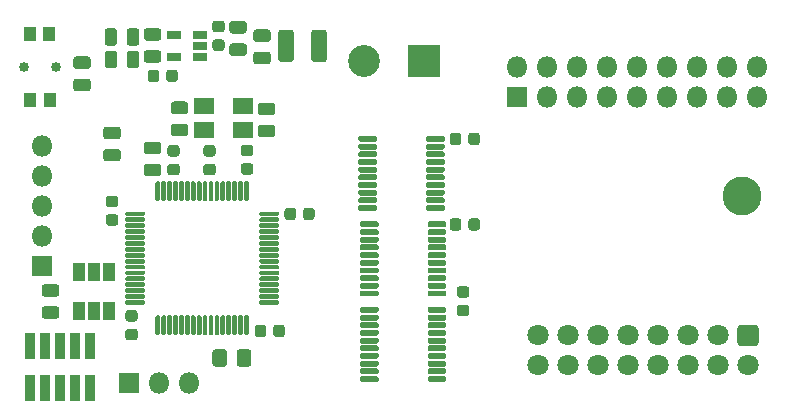
<source format=gbr>
%TF.GenerationSoftware,KiCad,Pcbnew,5.1.6-c6e7f7d~87~ubuntu20.04.1*%
%TF.CreationDate,2020-11-01T20:39:10-05:00*%
%TF.ProjectId,STM32 Driver v1,53544d33-3220-4447-9269-766572207631,rev?*%
%TF.SameCoordinates,Original*%
%TF.FileFunction,Soldermask,Top*%
%TF.FilePolarity,Negative*%
%FSLAX46Y46*%
G04 Gerber Fmt 4.6, Leading zero omitted, Abs format (unit mm)*
G04 Created by KiCad (PCBNEW 5.1.6-c6e7f7d~87~ubuntu20.04.1) date 2020-11-01 20:39:10*
%MOMM*%
%LPD*%
G01*
G04 APERTURE LIST*
%ADD10R,1.100000X1.300000*%
%ADD11C,0.850000*%
%ADD12C,3.300000*%
%ADD13C,1.800000*%
%ADD14R,0.850000X2.200000*%
%ADD15R,2.700000X2.700000*%
%ADD16C,2.700000*%
%ADD17R,1.800000X1.800000*%
%ADD18O,1.800000X1.800000*%
%ADD19R,1.100000X1.600000*%
%ADD20R,1.160000X0.750000*%
%ADD21R,1.700000X1.400000*%
G04 APERTURE END LIST*
D10*
%TO.C,SW1*%
X144614000Y-109480000D03*
X142914000Y-109480000D03*
X142914000Y-103880000D03*
X144514000Y-103880000D03*
D11*
X142389000Y-106680000D03*
X145139000Y-106680000D03*
%TD*%
%TO.C,R5*%
G36*
G01*
X146838750Y-107666500D02*
X147801250Y-107666500D01*
G75*
G02*
X148070000Y-107935250I0J-268750D01*
G01*
X148070000Y-108472750D01*
G75*
G02*
X147801250Y-108741500I-268750J0D01*
G01*
X146838750Y-108741500D01*
G75*
G02*
X146570000Y-108472750I0J268750D01*
G01*
X146570000Y-107935250D01*
G75*
G02*
X146838750Y-107666500I268750J0D01*
G01*
G37*
G36*
G01*
X146838750Y-105791500D02*
X147801250Y-105791500D01*
G75*
G02*
X148070000Y-106060250I0J-268750D01*
G01*
X148070000Y-106597750D01*
G75*
G02*
X147801250Y-106866500I-268750J0D01*
G01*
X146838750Y-106866500D01*
G75*
G02*
X146570000Y-106597750I0J268750D01*
G01*
X146570000Y-106060250D01*
G75*
G02*
X146838750Y-105791500I268750J0D01*
G01*
G37*
%TD*%
%TO.C,R4*%
G36*
G01*
X150341250Y-112805500D02*
X149378750Y-112805500D01*
G75*
G02*
X149110000Y-112536750I0J268750D01*
G01*
X149110000Y-111999250D01*
G75*
G02*
X149378750Y-111730500I268750J0D01*
G01*
X150341250Y-111730500D01*
G75*
G02*
X150610000Y-111999250I0J-268750D01*
G01*
X150610000Y-112536750D01*
G75*
G02*
X150341250Y-112805500I-268750J0D01*
G01*
G37*
G36*
G01*
X150341250Y-114680500D02*
X149378750Y-114680500D01*
G75*
G02*
X149110000Y-114411750I0J268750D01*
G01*
X149110000Y-113874250D01*
G75*
G02*
X149378750Y-113605500I268750J0D01*
G01*
X150341250Y-113605500D01*
G75*
G02*
X150610000Y-113874250I0J-268750D01*
G01*
X150610000Y-114411750D01*
G75*
G02*
X150341250Y-114680500I-268750J0D01*
G01*
G37*
%TD*%
D12*
%TO.C,REF\u002A\u002A*%
X203200000Y-117602000D03*
%TD*%
%TO.C,R3*%
G36*
G01*
X160411000Y-131796262D02*
X160411000Y-130839738D01*
G75*
G02*
X160682738Y-130568000I271738J0D01*
G01*
X161389262Y-130568000D01*
G75*
G02*
X161661000Y-130839738I0J-271738D01*
G01*
X161661000Y-131796262D01*
G75*
G02*
X161389262Y-132068000I-271738J0D01*
G01*
X160682738Y-132068000D01*
G75*
G02*
X160411000Y-131796262I0J271738D01*
G01*
G37*
G36*
G01*
X158361000Y-131796262D02*
X158361000Y-130839738D01*
G75*
G02*
X158632738Y-130568000I271738J0D01*
G01*
X159339262Y-130568000D01*
G75*
G02*
X159611000Y-130839738I0J-271738D01*
G01*
X159611000Y-131796262D01*
G75*
G02*
X159339262Y-132068000I-271738J0D01*
G01*
X158632738Y-132068000D01*
G75*
G02*
X158361000Y-131796262I0J271738D01*
G01*
G37*
%TD*%
%TO.C,C16*%
G36*
G01*
X178455500Y-113057250D02*
X178455500Y-112494750D01*
G75*
G02*
X178699250Y-112251000I243750J0D01*
G01*
X179186750Y-112251000D01*
G75*
G02*
X179430500Y-112494750I0J-243750D01*
G01*
X179430500Y-113057250D01*
G75*
G02*
X179186750Y-113301000I-243750J0D01*
G01*
X178699250Y-113301000D01*
G75*
G02*
X178455500Y-113057250I0J243750D01*
G01*
G37*
G36*
G01*
X180030500Y-113057250D02*
X180030500Y-112494750D01*
G75*
G02*
X180274250Y-112251000I243750J0D01*
G01*
X180761750Y-112251000D01*
G75*
G02*
X181005500Y-112494750I0J-243750D01*
G01*
X181005500Y-113057250D01*
G75*
G02*
X180761750Y-113301000I-243750J0D01*
G01*
X180274250Y-113301000D01*
G75*
G02*
X180030500Y-113057250I0J243750D01*
G01*
G37*
%TD*%
%TO.C,U5*%
G36*
G01*
X170721000Y-112897000D02*
X170721000Y-112647000D01*
G75*
G02*
X170846000Y-112522000I125000J0D01*
G01*
X172171000Y-112522000D01*
G75*
G02*
X172296000Y-112647000I0J-125000D01*
G01*
X172296000Y-112897000D01*
G75*
G02*
X172171000Y-113022000I-125000J0D01*
G01*
X170846000Y-113022000D01*
G75*
G02*
X170721000Y-112897000I0J125000D01*
G01*
G37*
G36*
G01*
X170721000Y-113547000D02*
X170721000Y-113297000D01*
G75*
G02*
X170846000Y-113172000I125000J0D01*
G01*
X172171000Y-113172000D01*
G75*
G02*
X172296000Y-113297000I0J-125000D01*
G01*
X172296000Y-113547000D01*
G75*
G02*
X172171000Y-113672000I-125000J0D01*
G01*
X170846000Y-113672000D01*
G75*
G02*
X170721000Y-113547000I0J125000D01*
G01*
G37*
G36*
G01*
X170721000Y-114197000D02*
X170721000Y-113947000D01*
G75*
G02*
X170846000Y-113822000I125000J0D01*
G01*
X172171000Y-113822000D01*
G75*
G02*
X172296000Y-113947000I0J-125000D01*
G01*
X172296000Y-114197000D01*
G75*
G02*
X172171000Y-114322000I-125000J0D01*
G01*
X170846000Y-114322000D01*
G75*
G02*
X170721000Y-114197000I0J125000D01*
G01*
G37*
G36*
G01*
X170721000Y-114847000D02*
X170721000Y-114597000D01*
G75*
G02*
X170846000Y-114472000I125000J0D01*
G01*
X172171000Y-114472000D01*
G75*
G02*
X172296000Y-114597000I0J-125000D01*
G01*
X172296000Y-114847000D01*
G75*
G02*
X172171000Y-114972000I-125000J0D01*
G01*
X170846000Y-114972000D01*
G75*
G02*
X170721000Y-114847000I0J125000D01*
G01*
G37*
G36*
G01*
X170721000Y-115497000D02*
X170721000Y-115247000D01*
G75*
G02*
X170846000Y-115122000I125000J0D01*
G01*
X172171000Y-115122000D01*
G75*
G02*
X172296000Y-115247000I0J-125000D01*
G01*
X172296000Y-115497000D01*
G75*
G02*
X172171000Y-115622000I-125000J0D01*
G01*
X170846000Y-115622000D01*
G75*
G02*
X170721000Y-115497000I0J125000D01*
G01*
G37*
G36*
G01*
X170721000Y-116147000D02*
X170721000Y-115897000D01*
G75*
G02*
X170846000Y-115772000I125000J0D01*
G01*
X172171000Y-115772000D01*
G75*
G02*
X172296000Y-115897000I0J-125000D01*
G01*
X172296000Y-116147000D01*
G75*
G02*
X172171000Y-116272000I-125000J0D01*
G01*
X170846000Y-116272000D01*
G75*
G02*
X170721000Y-116147000I0J125000D01*
G01*
G37*
G36*
G01*
X170721000Y-116797000D02*
X170721000Y-116547000D01*
G75*
G02*
X170846000Y-116422000I125000J0D01*
G01*
X172171000Y-116422000D01*
G75*
G02*
X172296000Y-116547000I0J-125000D01*
G01*
X172296000Y-116797000D01*
G75*
G02*
X172171000Y-116922000I-125000J0D01*
G01*
X170846000Y-116922000D01*
G75*
G02*
X170721000Y-116797000I0J125000D01*
G01*
G37*
G36*
G01*
X170721000Y-117447000D02*
X170721000Y-117197000D01*
G75*
G02*
X170846000Y-117072000I125000J0D01*
G01*
X172171000Y-117072000D01*
G75*
G02*
X172296000Y-117197000I0J-125000D01*
G01*
X172296000Y-117447000D01*
G75*
G02*
X172171000Y-117572000I-125000J0D01*
G01*
X170846000Y-117572000D01*
G75*
G02*
X170721000Y-117447000I0J125000D01*
G01*
G37*
G36*
G01*
X170721000Y-118097000D02*
X170721000Y-117847000D01*
G75*
G02*
X170846000Y-117722000I125000J0D01*
G01*
X172171000Y-117722000D01*
G75*
G02*
X172296000Y-117847000I0J-125000D01*
G01*
X172296000Y-118097000D01*
G75*
G02*
X172171000Y-118222000I-125000J0D01*
G01*
X170846000Y-118222000D01*
G75*
G02*
X170721000Y-118097000I0J125000D01*
G01*
G37*
G36*
G01*
X170721000Y-118747000D02*
X170721000Y-118497000D01*
G75*
G02*
X170846000Y-118372000I125000J0D01*
G01*
X172171000Y-118372000D01*
G75*
G02*
X172296000Y-118497000I0J-125000D01*
G01*
X172296000Y-118747000D01*
G75*
G02*
X172171000Y-118872000I-125000J0D01*
G01*
X170846000Y-118872000D01*
G75*
G02*
X170721000Y-118747000I0J125000D01*
G01*
G37*
G36*
G01*
X176446000Y-118747000D02*
X176446000Y-118497000D01*
G75*
G02*
X176571000Y-118372000I125000J0D01*
G01*
X177896000Y-118372000D01*
G75*
G02*
X178021000Y-118497000I0J-125000D01*
G01*
X178021000Y-118747000D01*
G75*
G02*
X177896000Y-118872000I-125000J0D01*
G01*
X176571000Y-118872000D01*
G75*
G02*
X176446000Y-118747000I0J125000D01*
G01*
G37*
G36*
G01*
X176446000Y-118097000D02*
X176446000Y-117847000D01*
G75*
G02*
X176571000Y-117722000I125000J0D01*
G01*
X177896000Y-117722000D01*
G75*
G02*
X178021000Y-117847000I0J-125000D01*
G01*
X178021000Y-118097000D01*
G75*
G02*
X177896000Y-118222000I-125000J0D01*
G01*
X176571000Y-118222000D01*
G75*
G02*
X176446000Y-118097000I0J125000D01*
G01*
G37*
G36*
G01*
X176446000Y-117447000D02*
X176446000Y-117197000D01*
G75*
G02*
X176571000Y-117072000I125000J0D01*
G01*
X177896000Y-117072000D01*
G75*
G02*
X178021000Y-117197000I0J-125000D01*
G01*
X178021000Y-117447000D01*
G75*
G02*
X177896000Y-117572000I-125000J0D01*
G01*
X176571000Y-117572000D01*
G75*
G02*
X176446000Y-117447000I0J125000D01*
G01*
G37*
G36*
G01*
X176446000Y-116797000D02*
X176446000Y-116547000D01*
G75*
G02*
X176571000Y-116422000I125000J0D01*
G01*
X177896000Y-116422000D01*
G75*
G02*
X178021000Y-116547000I0J-125000D01*
G01*
X178021000Y-116797000D01*
G75*
G02*
X177896000Y-116922000I-125000J0D01*
G01*
X176571000Y-116922000D01*
G75*
G02*
X176446000Y-116797000I0J125000D01*
G01*
G37*
G36*
G01*
X176446000Y-116147000D02*
X176446000Y-115897000D01*
G75*
G02*
X176571000Y-115772000I125000J0D01*
G01*
X177896000Y-115772000D01*
G75*
G02*
X178021000Y-115897000I0J-125000D01*
G01*
X178021000Y-116147000D01*
G75*
G02*
X177896000Y-116272000I-125000J0D01*
G01*
X176571000Y-116272000D01*
G75*
G02*
X176446000Y-116147000I0J125000D01*
G01*
G37*
G36*
G01*
X176446000Y-115497000D02*
X176446000Y-115247000D01*
G75*
G02*
X176571000Y-115122000I125000J0D01*
G01*
X177896000Y-115122000D01*
G75*
G02*
X178021000Y-115247000I0J-125000D01*
G01*
X178021000Y-115497000D01*
G75*
G02*
X177896000Y-115622000I-125000J0D01*
G01*
X176571000Y-115622000D01*
G75*
G02*
X176446000Y-115497000I0J125000D01*
G01*
G37*
G36*
G01*
X176446000Y-114847000D02*
X176446000Y-114597000D01*
G75*
G02*
X176571000Y-114472000I125000J0D01*
G01*
X177896000Y-114472000D01*
G75*
G02*
X178021000Y-114597000I0J-125000D01*
G01*
X178021000Y-114847000D01*
G75*
G02*
X177896000Y-114972000I-125000J0D01*
G01*
X176571000Y-114972000D01*
G75*
G02*
X176446000Y-114847000I0J125000D01*
G01*
G37*
G36*
G01*
X176446000Y-114197000D02*
X176446000Y-113947000D01*
G75*
G02*
X176571000Y-113822000I125000J0D01*
G01*
X177896000Y-113822000D01*
G75*
G02*
X178021000Y-113947000I0J-125000D01*
G01*
X178021000Y-114197000D01*
G75*
G02*
X177896000Y-114322000I-125000J0D01*
G01*
X176571000Y-114322000D01*
G75*
G02*
X176446000Y-114197000I0J125000D01*
G01*
G37*
G36*
G01*
X176446000Y-113547000D02*
X176446000Y-113297000D01*
G75*
G02*
X176571000Y-113172000I125000J0D01*
G01*
X177896000Y-113172000D01*
G75*
G02*
X178021000Y-113297000I0J-125000D01*
G01*
X178021000Y-113547000D01*
G75*
G02*
X177896000Y-113672000I-125000J0D01*
G01*
X176571000Y-113672000D01*
G75*
G02*
X176446000Y-113547000I0J125000D01*
G01*
G37*
G36*
G01*
X176446000Y-112897000D02*
X176446000Y-112647000D01*
G75*
G02*
X176571000Y-112522000I125000J0D01*
G01*
X177896000Y-112522000D01*
G75*
G02*
X178021000Y-112647000I0J-125000D01*
G01*
X178021000Y-112897000D01*
G75*
G02*
X177896000Y-113022000I-125000J0D01*
G01*
X176571000Y-113022000D01*
G75*
G02*
X176446000Y-112897000I0J125000D01*
G01*
G37*
%TD*%
%TO.C,FB2*%
G36*
G01*
X162078750Y-105380500D02*
X163041250Y-105380500D01*
G75*
G02*
X163310000Y-105649250I0J-268750D01*
G01*
X163310000Y-106186750D01*
G75*
G02*
X163041250Y-106455500I-268750J0D01*
G01*
X162078750Y-106455500D01*
G75*
G02*
X161810000Y-106186750I0J268750D01*
G01*
X161810000Y-105649250D01*
G75*
G02*
X162078750Y-105380500I268750J0D01*
G01*
G37*
G36*
G01*
X162078750Y-103505500D02*
X163041250Y-103505500D01*
G75*
G02*
X163310000Y-103774250I0J-268750D01*
G01*
X163310000Y-104311750D01*
G75*
G02*
X163041250Y-104580500I-268750J0D01*
G01*
X162078750Y-104580500D01*
G75*
G02*
X161810000Y-104311750I0J268750D01*
G01*
X161810000Y-103774250D01*
G75*
G02*
X162078750Y-103505500I268750J0D01*
G01*
G37*
%TD*%
D13*
%TO.C,J3*%
X185928000Y-131953000D03*
X188468000Y-131953000D03*
X191008000Y-131953000D03*
X193548000Y-131953000D03*
X196088000Y-131953000D03*
X198628000Y-131953000D03*
X201168000Y-131953000D03*
X203708000Y-131953000D03*
X185928000Y-129413000D03*
X188468000Y-129413000D03*
X191008000Y-129413000D03*
X193548000Y-129413000D03*
X196088000Y-129413000D03*
X198628000Y-129413000D03*
X201168000Y-129413000D03*
G36*
G01*
X203072706Y-128513000D02*
X204343294Y-128513000D01*
G75*
G02*
X204608000Y-128777706I0J-264706D01*
G01*
X204608000Y-130048294D01*
G75*
G02*
X204343294Y-130313000I-264706J0D01*
G01*
X203072706Y-130313000D01*
G75*
G02*
X202808000Y-130048294I0J264706D01*
G01*
X202808000Y-128777706D01*
G75*
G02*
X203072706Y-128513000I264706J0D01*
G01*
G37*
%TD*%
%TO.C,C1*%
G36*
G01*
X161009250Y-103867000D02*
X160046750Y-103867000D01*
G75*
G02*
X159778000Y-103598250I0J268750D01*
G01*
X159778000Y-103060750D01*
G75*
G02*
X160046750Y-102792000I268750J0D01*
G01*
X161009250Y-102792000D01*
G75*
G02*
X161278000Y-103060750I0J-268750D01*
G01*
X161278000Y-103598250D01*
G75*
G02*
X161009250Y-103867000I-268750J0D01*
G01*
G37*
G36*
G01*
X161009250Y-105742000D02*
X160046750Y-105742000D01*
G75*
G02*
X159778000Y-105473250I0J268750D01*
G01*
X159778000Y-104935750D01*
G75*
G02*
X160046750Y-104667000I268750J0D01*
G01*
X161009250Y-104667000D01*
G75*
G02*
X161278000Y-104935750I0J-268750D01*
G01*
X161278000Y-105473250D01*
G75*
G02*
X161009250Y-105742000I-268750J0D01*
G01*
G37*
%TD*%
%TO.C,C2*%
G36*
G01*
X159158250Y-103738500D02*
X158595750Y-103738500D01*
G75*
G02*
X158352000Y-103494750I0J243750D01*
G01*
X158352000Y-103007250D01*
G75*
G02*
X158595750Y-102763500I243750J0D01*
G01*
X159158250Y-102763500D01*
G75*
G02*
X159402000Y-103007250I0J-243750D01*
G01*
X159402000Y-103494750D01*
G75*
G02*
X159158250Y-103738500I-243750J0D01*
G01*
G37*
G36*
G01*
X159158250Y-105313500D02*
X158595750Y-105313500D01*
G75*
G02*
X158352000Y-105069750I0J243750D01*
G01*
X158352000Y-104582250D01*
G75*
G02*
X158595750Y-104338500I243750J0D01*
G01*
X159158250Y-104338500D01*
G75*
G02*
X159402000Y-104582250I0J-243750D01*
G01*
X159402000Y-105069750D01*
G75*
G02*
X159158250Y-105313500I-243750J0D01*
G01*
G37*
%TD*%
%TO.C,C3*%
G36*
G01*
X153770250Y-106328500D02*
X152807750Y-106328500D01*
G75*
G02*
X152539000Y-106059750I0J268750D01*
G01*
X152539000Y-105522250D01*
G75*
G02*
X152807750Y-105253500I268750J0D01*
G01*
X153770250Y-105253500D01*
G75*
G02*
X154039000Y-105522250I0J-268750D01*
G01*
X154039000Y-106059750D01*
G75*
G02*
X153770250Y-106328500I-268750J0D01*
G01*
G37*
G36*
G01*
X153770250Y-104453500D02*
X152807750Y-104453500D01*
G75*
G02*
X152539000Y-104184750I0J268750D01*
G01*
X152539000Y-103647250D01*
G75*
G02*
X152807750Y-103378500I268750J0D01*
G01*
X153770250Y-103378500D01*
G75*
G02*
X154039000Y-103647250I0J-268750D01*
G01*
X154039000Y-104184750D01*
G75*
G02*
X153770250Y-104453500I-268750J0D01*
G01*
G37*
%TD*%
%TO.C,C4*%
G36*
G01*
X152877500Y-107723250D02*
X152877500Y-107160750D01*
G75*
G02*
X153121250Y-106917000I243750J0D01*
G01*
X153608750Y-106917000D01*
G75*
G02*
X153852500Y-107160750I0J-243750D01*
G01*
X153852500Y-107723250D01*
G75*
G02*
X153608750Y-107967000I-243750J0D01*
G01*
X153121250Y-107967000D01*
G75*
G02*
X152877500Y-107723250I0J243750D01*
G01*
G37*
G36*
G01*
X154452500Y-107723250D02*
X154452500Y-107160750D01*
G75*
G02*
X154696250Y-106917000I243750J0D01*
G01*
X155183750Y-106917000D01*
G75*
G02*
X155427500Y-107160750I0J-243750D01*
G01*
X155427500Y-107723250D01*
G75*
G02*
X155183750Y-107967000I-243750J0D01*
G01*
X154696250Y-107967000D01*
G75*
G02*
X154452500Y-107723250I0J243750D01*
G01*
G37*
%TD*%
%TO.C,C5*%
G36*
G01*
X144171750Y-125065500D02*
X145134250Y-125065500D01*
G75*
G02*
X145403000Y-125334250I0J-268750D01*
G01*
X145403000Y-125871750D01*
G75*
G02*
X145134250Y-126140500I-268750J0D01*
G01*
X144171750Y-126140500D01*
G75*
G02*
X143903000Y-125871750I0J268750D01*
G01*
X143903000Y-125334250D01*
G75*
G02*
X144171750Y-125065500I268750J0D01*
G01*
G37*
G36*
G01*
X144171750Y-126940500D02*
X145134250Y-126940500D01*
G75*
G02*
X145403000Y-127209250I0J-268750D01*
G01*
X145403000Y-127746750D01*
G75*
G02*
X145134250Y-128015500I-268750J0D01*
G01*
X144171750Y-128015500D01*
G75*
G02*
X143903000Y-127746750I0J268750D01*
G01*
X143903000Y-127209250D01*
G75*
G02*
X144171750Y-126940500I268750J0D01*
G01*
G37*
%TD*%
%TO.C,C6*%
G36*
G01*
X155093750Y-109601500D02*
X156056250Y-109601500D01*
G75*
G02*
X156325000Y-109870250I0J-268750D01*
G01*
X156325000Y-110407750D01*
G75*
G02*
X156056250Y-110676500I-268750J0D01*
G01*
X155093750Y-110676500D01*
G75*
G02*
X154825000Y-110407750I0J268750D01*
G01*
X154825000Y-109870250D01*
G75*
G02*
X155093750Y-109601500I268750J0D01*
G01*
G37*
G36*
G01*
X155093750Y-111476500D02*
X156056250Y-111476500D01*
G75*
G02*
X156325000Y-111745250I0J-268750D01*
G01*
X156325000Y-112282750D01*
G75*
G02*
X156056250Y-112551500I-268750J0D01*
G01*
X155093750Y-112551500D01*
G75*
G02*
X154825000Y-112282750I0J268750D01*
G01*
X154825000Y-111745250D01*
G75*
G02*
X155093750Y-111476500I268750J0D01*
G01*
G37*
%TD*%
%TO.C,C7*%
G36*
G01*
X163422250Y-110773500D02*
X162459750Y-110773500D01*
G75*
G02*
X162191000Y-110504750I0J268750D01*
G01*
X162191000Y-109967250D01*
G75*
G02*
X162459750Y-109698500I268750J0D01*
G01*
X163422250Y-109698500D01*
G75*
G02*
X163691000Y-109967250I0J-268750D01*
G01*
X163691000Y-110504750D01*
G75*
G02*
X163422250Y-110773500I-268750J0D01*
G01*
G37*
G36*
G01*
X163422250Y-112648500D02*
X162459750Y-112648500D01*
G75*
G02*
X162191000Y-112379750I0J268750D01*
G01*
X162191000Y-111842250D01*
G75*
G02*
X162459750Y-111573500I268750J0D01*
G01*
X163422250Y-111573500D01*
G75*
G02*
X163691000Y-111842250I0J-268750D01*
G01*
X163691000Y-112379750D01*
G75*
G02*
X163422250Y-112648500I-268750J0D01*
G01*
G37*
%TD*%
%TO.C,C8*%
G36*
G01*
X151229750Y-128849500D02*
X151792250Y-128849500D01*
G75*
G02*
X152036000Y-129093250I0J-243750D01*
G01*
X152036000Y-129580750D01*
G75*
G02*
X151792250Y-129824500I-243750J0D01*
G01*
X151229750Y-129824500D01*
G75*
G02*
X150986000Y-129580750I0J243750D01*
G01*
X150986000Y-129093250D01*
G75*
G02*
X151229750Y-128849500I243750J0D01*
G01*
G37*
G36*
G01*
X151229750Y-127274500D02*
X151792250Y-127274500D01*
G75*
G02*
X152036000Y-127518250I0J-243750D01*
G01*
X152036000Y-128005750D01*
G75*
G02*
X151792250Y-128249500I-243750J0D01*
G01*
X151229750Y-128249500D01*
G75*
G02*
X150986000Y-128005750I0J243750D01*
G01*
X150986000Y-127518250D01*
G75*
G02*
X151229750Y-127274500I243750J0D01*
G01*
G37*
%TD*%
%TO.C,C9*%
G36*
G01*
X150141250Y-120121500D02*
X149578750Y-120121500D01*
G75*
G02*
X149335000Y-119877750I0J243750D01*
G01*
X149335000Y-119390250D01*
G75*
G02*
X149578750Y-119146500I243750J0D01*
G01*
X150141250Y-119146500D01*
G75*
G02*
X150385000Y-119390250I0J-243750D01*
G01*
X150385000Y-119877750D01*
G75*
G02*
X150141250Y-120121500I-243750J0D01*
G01*
G37*
G36*
G01*
X150141250Y-118546500D02*
X149578750Y-118546500D01*
G75*
G02*
X149335000Y-118302750I0J243750D01*
G01*
X149335000Y-117815250D01*
G75*
G02*
X149578750Y-117571500I243750J0D01*
G01*
X150141250Y-117571500D01*
G75*
G02*
X150385000Y-117815250I0J-243750D01*
G01*
X150385000Y-118302750D01*
G75*
G02*
X150141250Y-118546500I-243750J0D01*
G01*
G37*
%TD*%
%TO.C,C10*%
G36*
G01*
X166035000Y-119407250D02*
X166035000Y-118844750D01*
G75*
G02*
X166278750Y-118601000I243750J0D01*
G01*
X166766250Y-118601000D01*
G75*
G02*
X167010000Y-118844750I0J-243750D01*
G01*
X167010000Y-119407250D01*
G75*
G02*
X166766250Y-119651000I-243750J0D01*
G01*
X166278750Y-119651000D01*
G75*
G02*
X166035000Y-119407250I0J243750D01*
G01*
G37*
G36*
G01*
X164460000Y-119407250D02*
X164460000Y-118844750D01*
G75*
G02*
X164703750Y-118601000I243750J0D01*
G01*
X165191250Y-118601000D01*
G75*
G02*
X165435000Y-118844750I0J-243750D01*
G01*
X165435000Y-119407250D01*
G75*
G02*
X165191250Y-119651000I-243750J0D01*
G01*
X164703750Y-119651000D01*
G75*
G02*
X164460000Y-119407250I0J243750D01*
G01*
G37*
%TD*%
%TO.C,C11*%
G36*
G01*
X161571250Y-115803500D02*
X161008750Y-115803500D01*
G75*
G02*
X160765000Y-115559750I0J243750D01*
G01*
X160765000Y-115072250D01*
G75*
G02*
X161008750Y-114828500I243750J0D01*
G01*
X161571250Y-114828500D01*
G75*
G02*
X161815000Y-115072250I0J-243750D01*
G01*
X161815000Y-115559750D01*
G75*
G02*
X161571250Y-115803500I-243750J0D01*
G01*
G37*
G36*
G01*
X161571250Y-114228500D02*
X161008750Y-114228500D01*
G75*
G02*
X160765000Y-113984750I0J243750D01*
G01*
X160765000Y-113497250D01*
G75*
G02*
X161008750Y-113253500I243750J0D01*
G01*
X161571250Y-113253500D01*
G75*
G02*
X161815000Y-113497250I0J-243750D01*
G01*
X161815000Y-113984750D01*
G75*
G02*
X161571250Y-114228500I-243750J0D01*
G01*
G37*
%TD*%
%TO.C,C12*%
G36*
G01*
X163520500Y-129313250D02*
X163520500Y-128750750D01*
G75*
G02*
X163764250Y-128507000I243750J0D01*
G01*
X164251750Y-128507000D01*
G75*
G02*
X164495500Y-128750750I0J-243750D01*
G01*
X164495500Y-129313250D01*
G75*
G02*
X164251750Y-129557000I-243750J0D01*
G01*
X163764250Y-129557000D01*
G75*
G02*
X163520500Y-129313250I0J243750D01*
G01*
G37*
G36*
G01*
X161945500Y-129313250D02*
X161945500Y-128750750D01*
G75*
G02*
X162189250Y-128507000I243750J0D01*
G01*
X162676750Y-128507000D01*
G75*
G02*
X162920500Y-128750750I0J-243750D01*
G01*
X162920500Y-129313250D01*
G75*
G02*
X162676750Y-129557000I-243750J0D01*
G01*
X162189250Y-129557000D01*
G75*
G02*
X161945500Y-129313250I0J243750D01*
G01*
G37*
%TD*%
%TO.C,C13*%
G36*
G01*
X155348250Y-115854500D02*
X154785750Y-115854500D01*
G75*
G02*
X154542000Y-115610750I0J243750D01*
G01*
X154542000Y-115123250D01*
G75*
G02*
X154785750Y-114879500I243750J0D01*
G01*
X155348250Y-114879500D01*
G75*
G02*
X155592000Y-115123250I0J-243750D01*
G01*
X155592000Y-115610750D01*
G75*
G02*
X155348250Y-115854500I-243750J0D01*
G01*
G37*
G36*
G01*
X155348250Y-114279500D02*
X154785750Y-114279500D01*
G75*
G02*
X154542000Y-114035750I0J243750D01*
G01*
X154542000Y-113548250D01*
G75*
G02*
X154785750Y-113304500I243750J0D01*
G01*
X155348250Y-113304500D01*
G75*
G02*
X155592000Y-113548250I0J-243750D01*
G01*
X155592000Y-114035750D01*
G75*
G02*
X155348250Y-114279500I-243750J0D01*
G01*
G37*
%TD*%
%TO.C,C14*%
G36*
G01*
X180030500Y-120296250D02*
X180030500Y-119733750D01*
G75*
G02*
X180274250Y-119490000I243750J0D01*
G01*
X180761750Y-119490000D01*
G75*
G02*
X181005500Y-119733750I0J-243750D01*
G01*
X181005500Y-120296250D01*
G75*
G02*
X180761750Y-120540000I-243750J0D01*
G01*
X180274250Y-120540000D01*
G75*
G02*
X180030500Y-120296250I0J243750D01*
G01*
G37*
G36*
G01*
X178455500Y-120296250D02*
X178455500Y-119733750D01*
G75*
G02*
X178699250Y-119490000I243750J0D01*
G01*
X179186750Y-119490000D01*
G75*
G02*
X179430500Y-119733750I0J-243750D01*
G01*
X179430500Y-120296250D01*
G75*
G02*
X179186750Y-120540000I-243750J0D01*
G01*
X178699250Y-120540000D01*
G75*
G02*
X178455500Y-120296250I0J243750D01*
G01*
G37*
%TD*%
%TO.C,C15*%
G36*
G01*
X179859250Y-127792500D02*
X179296750Y-127792500D01*
G75*
G02*
X179053000Y-127548750I0J243750D01*
G01*
X179053000Y-127061250D01*
G75*
G02*
X179296750Y-126817500I243750J0D01*
G01*
X179859250Y-126817500D01*
G75*
G02*
X180103000Y-127061250I0J-243750D01*
G01*
X180103000Y-127548750D01*
G75*
G02*
X179859250Y-127792500I-243750J0D01*
G01*
G37*
G36*
G01*
X179859250Y-126217500D02*
X179296750Y-126217500D01*
G75*
G02*
X179053000Y-125973750I0J243750D01*
G01*
X179053000Y-125486250D01*
G75*
G02*
X179296750Y-125242500I243750J0D01*
G01*
X179859250Y-125242500D01*
G75*
G02*
X180103000Y-125486250I0J-243750D01*
G01*
X180103000Y-125973750D01*
G75*
G02*
X179859250Y-126217500I-243750J0D01*
G01*
G37*
%TD*%
%TO.C,D1*%
G36*
G01*
X149225500Y-106526250D02*
X149225500Y-105563750D01*
G75*
G02*
X149494250Y-105295000I268750J0D01*
G01*
X150031750Y-105295000D01*
G75*
G02*
X150300500Y-105563750I0J-268750D01*
G01*
X150300500Y-106526250D01*
G75*
G02*
X150031750Y-106795000I-268750J0D01*
G01*
X149494250Y-106795000D01*
G75*
G02*
X149225500Y-106526250I0J268750D01*
G01*
G37*
G36*
G01*
X151100500Y-106526250D02*
X151100500Y-105563750D01*
G75*
G02*
X151369250Y-105295000I268750J0D01*
G01*
X151906750Y-105295000D01*
G75*
G02*
X152175500Y-105563750I0J-268750D01*
G01*
X152175500Y-106526250D01*
G75*
G02*
X151906750Y-106795000I-268750J0D01*
G01*
X151369250Y-106795000D01*
G75*
G02*
X151100500Y-106526250I0J268750D01*
G01*
G37*
%TD*%
%TO.C,F1*%
G36*
G01*
X163917000Y-106007000D02*
X163917000Y-103797000D01*
G75*
G02*
X164187000Y-103527000I270000J0D01*
G01*
X164997000Y-103527000D01*
G75*
G02*
X165267000Y-103797000I0J-270000D01*
G01*
X165267000Y-106007000D01*
G75*
G02*
X164997000Y-106277000I-270000J0D01*
G01*
X164187000Y-106277000D01*
G75*
G02*
X163917000Y-106007000I0J270000D01*
G01*
G37*
G36*
G01*
X166717000Y-106007000D02*
X166717000Y-103797000D01*
G75*
G02*
X166987000Y-103527000I270000J0D01*
G01*
X167797000Y-103527000D01*
G75*
G02*
X168067000Y-103797000I0J-270000D01*
G01*
X168067000Y-106007000D01*
G75*
G02*
X167797000Y-106277000I-270000J0D01*
G01*
X166987000Y-106277000D01*
G75*
G02*
X166717000Y-106007000I0J270000D01*
G01*
G37*
%TD*%
%TO.C,FB1*%
G36*
G01*
X153770250Y-115950500D02*
X152807750Y-115950500D01*
G75*
G02*
X152539000Y-115681750I0J268750D01*
G01*
X152539000Y-115144250D01*
G75*
G02*
X152807750Y-114875500I268750J0D01*
G01*
X153770250Y-114875500D01*
G75*
G02*
X154039000Y-115144250I0J-268750D01*
G01*
X154039000Y-115681750D01*
G75*
G02*
X153770250Y-115950500I-268750J0D01*
G01*
G37*
G36*
G01*
X153770250Y-114075500D02*
X152807750Y-114075500D01*
G75*
G02*
X152539000Y-113806750I0J268750D01*
G01*
X152539000Y-113269250D01*
G75*
G02*
X152807750Y-113000500I268750J0D01*
G01*
X153770250Y-113000500D01*
G75*
G02*
X154039000Y-113269250I0J-268750D01*
G01*
X154039000Y-113806750D01*
G75*
G02*
X153770250Y-114075500I-268750J0D01*
G01*
G37*
%TD*%
D14*
%TO.C,J1*%
X142875000Y-130280000D03*
X142875000Y-133880000D03*
X144145000Y-130280000D03*
X144145000Y-133880000D03*
X145415000Y-130280000D03*
X145415000Y-133880000D03*
X146685000Y-130280000D03*
X146685000Y-133880000D03*
X147955000Y-130280000D03*
X147955000Y-133880000D03*
%TD*%
D15*
%TO.C,J2*%
X176276000Y-106172000D03*
D16*
X171196000Y-106172000D03*
%TD*%
D17*
%TO.C,J4*%
X184150000Y-109220000D03*
D18*
X184150000Y-106680000D03*
X186690000Y-109220000D03*
X186690000Y-106680000D03*
X189230000Y-109220000D03*
X189230000Y-106680000D03*
X191770000Y-109220000D03*
X191770000Y-106680000D03*
X194310000Y-109220000D03*
X194310000Y-106680000D03*
X196850000Y-109220000D03*
X196850000Y-106680000D03*
X199390000Y-109220000D03*
X199390000Y-106680000D03*
X201930000Y-109220000D03*
X201930000Y-106680000D03*
X204470000Y-109220000D03*
X204470000Y-106680000D03*
%TD*%
D17*
%TO.C,J5*%
X143891000Y-123571000D03*
D18*
X143891000Y-121031000D03*
X143891000Y-118491000D03*
X143891000Y-115951000D03*
X143891000Y-113411000D03*
%TD*%
D17*
%TO.C,J6*%
X151257000Y-133477000D03*
D18*
X153797000Y-133477000D03*
X156337000Y-133477000D03*
%TD*%
D19*
%TO.C,JP1*%
X147036000Y-124079000D03*
X149636000Y-124079000D03*
X148336000Y-124079000D03*
%TD*%
%TO.C,JP2*%
X148336000Y-127381000D03*
X147036000Y-127381000D03*
X149636000Y-127381000D03*
%TD*%
%TO.C,R1*%
G36*
G01*
X157833750Y-113304500D02*
X158396250Y-113304500D01*
G75*
G02*
X158640000Y-113548250I0J-243750D01*
G01*
X158640000Y-114035750D01*
G75*
G02*
X158396250Y-114279500I-243750J0D01*
G01*
X157833750Y-114279500D01*
G75*
G02*
X157590000Y-114035750I0J243750D01*
G01*
X157590000Y-113548250D01*
G75*
G02*
X157833750Y-113304500I243750J0D01*
G01*
G37*
G36*
G01*
X157833750Y-114879500D02*
X158396250Y-114879500D01*
G75*
G02*
X158640000Y-115123250I0J-243750D01*
G01*
X158640000Y-115610750D01*
G75*
G02*
X158396250Y-115854500I-243750J0D01*
G01*
X157833750Y-115854500D01*
G75*
G02*
X157590000Y-115610750I0J243750D01*
G01*
X157590000Y-115123250D01*
G75*
G02*
X157833750Y-114879500I243750J0D01*
G01*
G37*
%TD*%
%TO.C,R2*%
G36*
G01*
X149225500Y-104621250D02*
X149225500Y-103658750D01*
G75*
G02*
X149494250Y-103390000I268750J0D01*
G01*
X150031750Y-103390000D01*
G75*
G02*
X150300500Y-103658750I0J-268750D01*
G01*
X150300500Y-104621250D01*
G75*
G02*
X150031750Y-104890000I-268750J0D01*
G01*
X149494250Y-104890000D01*
G75*
G02*
X149225500Y-104621250I0J268750D01*
G01*
G37*
G36*
G01*
X151100500Y-104621250D02*
X151100500Y-103658750D01*
G75*
G02*
X151369250Y-103390000I268750J0D01*
G01*
X151906750Y-103390000D01*
G75*
G02*
X152175500Y-103658750I0J-268750D01*
G01*
X152175500Y-104621250D01*
G75*
G02*
X151906750Y-104890000I-268750J0D01*
G01*
X151369250Y-104890000D01*
G75*
G02*
X151100500Y-104621250I0J268750D01*
G01*
G37*
%TD*%
D20*
%TO.C,U1*%
X157310000Y-105852000D03*
X157310000Y-104902000D03*
X157310000Y-103952000D03*
X155110000Y-103952000D03*
X155110000Y-105852000D03*
%TD*%
%TO.C,U2*%
G36*
G01*
X161135999Y-116371001D02*
X161335999Y-116371001D01*
G75*
G02*
X161435999Y-116471001I0J-100000D01*
G01*
X161435999Y-117921001D01*
G75*
G02*
X161335999Y-118021001I-100000J0D01*
G01*
X161135999Y-118021001D01*
G75*
G02*
X161035999Y-117921001I0J100000D01*
G01*
X161035999Y-116471001D01*
G75*
G02*
X161135999Y-116371001I100000J0D01*
G01*
G37*
G36*
G01*
X160635999Y-116371001D02*
X160835999Y-116371001D01*
G75*
G02*
X160935999Y-116471001I0J-100000D01*
G01*
X160935999Y-117921001D01*
G75*
G02*
X160835999Y-118021001I-100000J0D01*
G01*
X160635999Y-118021001D01*
G75*
G02*
X160535999Y-117921001I0J100000D01*
G01*
X160535999Y-116471001D01*
G75*
G02*
X160635999Y-116371001I100000J0D01*
G01*
G37*
G36*
G01*
X160135999Y-116371001D02*
X160335999Y-116371001D01*
G75*
G02*
X160435999Y-116471001I0J-100000D01*
G01*
X160435999Y-117921001D01*
G75*
G02*
X160335999Y-118021001I-100000J0D01*
G01*
X160135999Y-118021001D01*
G75*
G02*
X160035999Y-117921001I0J100000D01*
G01*
X160035999Y-116471001D01*
G75*
G02*
X160135999Y-116371001I100000J0D01*
G01*
G37*
G36*
G01*
X159635999Y-116371001D02*
X159835999Y-116371001D01*
G75*
G02*
X159935999Y-116471001I0J-100000D01*
G01*
X159935999Y-117921001D01*
G75*
G02*
X159835999Y-118021001I-100000J0D01*
G01*
X159635999Y-118021001D01*
G75*
G02*
X159535999Y-117921001I0J100000D01*
G01*
X159535999Y-116471001D01*
G75*
G02*
X159635999Y-116371001I100000J0D01*
G01*
G37*
G36*
G01*
X159135999Y-116371001D02*
X159335999Y-116371001D01*
G75*
G02*
X159435999Y-116471001I0J-100000D01*
G01*
X159435999Y-117921001D01*
G75*
G02*
X159335999Y-118021001I-100000J0D01*
G01*
X159135999Y-118021001D01*
G75*
G02*
X159035999Y-117921001I0J100000D01*
G01*
X159035999Y-116471001D01*
G75*
G02*
X159135999Y-116371001I100000J0D01*
G01*
G37*
G36*
G01*
X158635999Y-116371001D02*
X158835999Y-116371001D01*
G75*
G02*
X158935999Y-116471001I0J-100000D01*
G01*
X158935999Y-117921001D01*
G75*
G02*
X158835999Y-118021001I-100000J0D01*
G01*
X158635999Y-118021001D01*
G75*
G02*
X158535999Y-117921001I0J100000D01*
G01*
X158535999Y-116471001D01*
G75*
G02*
X158635999Y-116371001I100000J0D01*
G01*
G37*
G36*
G01*
X158135999Y-116371001D02*
X158335999Y-116371001D01*
G75*
G02*
X158435999Y-116471001I0J-100000D01*
G01*
X158435999Y-117921001D01*
G75*
G02*
X158335999Y-118021001I-100000J0D01*
G01*
X158135999Y-118021001D01*
G75*
G02*
X158035999Y-117921001I0J100000D01*
G01*
X158035999Y-116471001D01*
G75*
G02*
X158135999Y-116371001I100000J0D01*
G01*
G37*
G36*
G01*
X157635999Y-116371001D02*
X157835999Y-116371001D01*
G75*
G02*
X157935999Y-116471001I0J-100000D01*
G01*
X157935999Y-117921001D01*
G75*
G02*
X157835999Y-118021001I-100000J0D01*
G01*
X157635999Y-118021001D01*
G75*
G02*
X157535999Y-117921001I0J100000D01*
G01*
X157535999Y-116471001D01*
G75*
G02*
X157635999Y-116371001I100000J0D01*
G01*
G37*
G36*
G01*
X157135999Y-116371001D02*
X157335999Y-116371001D01*
G75*
G02*
X157435999Y-116471001I0J-100000D01*
G01*
X157435999Y-117921001D01*
G75*
G02*
X157335999Y-118021001I-100000J0D01*
G01*
X157135999Y-118021001D01*
G75*
G02*
X157035999Y-117921001I0J100000D01*
G01*
X157035999Y-116471001D01*
G75*
G02*
X157135999Y-116371001I100000J0D01*
G01*
G37*
G36*
G01*
X156635999Y-116371001D02*
X156835999Y-116371001D01*
G75*
G02*
X156935999Y-116471001I0J-100000D01*
G01*
X156935999Y-117921001D01*
G75*
G02*
X156835999Y-118021001I-100000J0D01*
G01*
X156635999Y-118021001D01*
G75*
G02*
X156535999Y-117921001I0J100000D01*
G01*
X156535999Y-116471001D01*
G75*
G02*
X156635999Y-116371001I100000J0D01*
G01*
G37*
G36*
G01*
X156135999Y-116371001D02*
X156335999Y-116371001D01*
G75*
G02*
X156435999Y-116471001I0J-100000D01*
G01*
X156435999Y-117921001D01*
G75*
G02*
X156335999Y-118021001I-100000J0D01*
G01*
X156135999Y-118021001D01*
G75*
G02*
X156035999Y-117921001I0J100000D01*
G01*
X156035999Y-116471001D01*
G75*
G02*
X156135999Y-116371001I100000J0D01*
G01*
G37*
G36*
G01*
X155635999Y-116371001D02*
X155835999Y-116371001D01*
G75*
G02*
X155935999Y-116471001I0J-100000D01*
G01*
X155935999Y-117921001D01*
G75*
G02*
X155835999Y-118021001I-100000J0D01*
G01*
X155635999Y-118021001D01*
G75*
G02*
X155535999Y-117921001I0J100000D01*
G01*
X155535999Y-116471001D01*
G75*
G02*
X155635999Y-116371001I100000J0D01*
G01*
G37*
G36*
G01*
X155135999Y-116371001D02*
X155335999Y-116371001D01*
G75*
G02*
X155435999Y-116471001I0J-100000D01*
G01*
X155435999Y-117921001D01*
G75*
G02*
X155335999Y-118021001I-100000J0D01*
G01*
X155135999Y-118021001D01*
G75*
G02*
X155035999Y-117921001I0J100000D01*
G01*
X155035999Y-116471001D01*
G75*
G02*
X155135999Y-116371001I100000J0D01*
G01*
G37*
G36*
G01*
X154635999Y-116371001D02*
X154835999Y-116371001D01*
G75*
G02*
X154935999Y-116471001I0J-100000D01*
G01*
X154935999Y-117921001D01*
G75*
G02*
X154835999Y-118021001I-100000J0D01*
G01*
X154635999Y-118021001D01*
G75*
G02*
X154535999Y-117921001I0J100000D01*
G01*
X154535999Y-116471001D01*
G75*
G02*
X154635999Y-116371001I100000J0D01*
G01*
G37*
G36*
G01*
X154135999Y-116371001D02*
X154335999Y-116371001D01*
G75*
G02*
X154435999Y-116471001I0J-100000D01*
G01*
X154435999Y-117921001D01*
G75*
G02*
X154335999Y-118021001I-100000J0D01*
G01*
X154135999Y-118021001D01*
G75*
G02*
X154035999Y-117921001I0J100000D01*
G01*
X154035999Y-116471001D01*
G75*
G02*
X154135999Y-116371001I100000J0D01*
G01*
G37*
G36*
G01*
X153635999Y-116371001D02*
X153835999Y-116371001D01*
G75*
G02*
X153935999Y-116471001I0J-100000D01*
G01*
X153935999Y-117921001D01*
G75*
G02*
X153835999Y-118021001I-100000J0D01*
G01*
X153635999Y-118021001D01*
G75*
G02*
X153535999Y-117921001I0J100000D01*
G01*
X153535999Y-116471001D01*
G75*
G02*
X153635999Y-116371001I100000J0D01*
G01*
G37*
G36*
G01*
X151085999Y-118921001D02*
X152535999Y-118921001D01*
G75*
G02*
X152635999Y-119021001I0J-100000D01*
G01*
X152635999Y-119221001D01*
G75*
G02*
X152535999Y-119321001I-100000J0D01*
G01*
X151085999Y-119321001D01*
G75*
G02*
X150985999Y-119221001I0J100000D01*
G01*
X150985999Y-119021001D01*
G75*
G02*
X151085999Y-118921001I100000J0D01*
G01*
G37*
G36*
G01*
X151085999Y-119421001D02*
X152535999Y-119421001D01*
G75*
G02*
X152635999Y-119521001I0J-100000D01*
G01*
X152635999Y-119721001D01*
G75*
G02*
X152535999Y-119821001I-100000J0D01*
G01*
X151085999Y-119821001D01*
G75*
G02*
X150985999Y-119721001I0J100000D01*
G01*
X150985999Y-119521001D01*
G75*
G02*
X151085999Y-119421001I100000J0D01*
G01*
G37*
G36*
G01*
X151085999Y-119921001D02*
X152535999Y-119921001D01*
G75*
G02*
X152635999Y-120021001I0J-100000D01*
G01*
X152635999Y-120221001D01*
G75*
G02*
X152535999Y-120321001I-100000J0D01*
G01*
X151085999Y-120321001D01*
G75*
G02*
X150985999Y-120221001I0J100000D01*
G01*
X150985999Y-120021001D01*
G75*
G02*
X151085999Y-119921001I100000J0D01*
G01*
G37*
G36*
G01*
X151085999Y-120421001D02*
X152535999Y-120421001D01*
G75*
G02*
X152635999Y-120521001I0J-100000D01*
G01*
X152635999Y-120721001D01*
G75*
G02*
X152535999Y-120821001I-100000J0D01*
G01*
X151085999Y-120821001D01*
G75*
G02*
X150985999Y-120721001I0J100000D01*
G01*
X150985999Y-120521001D01*
G75*
G02*
X151085999Y-120421001I100000J0D01*
G01*
G37*
G36*
G01*
X151085999Y-120921001D02*
X152535999Y-120921001D01*
G75*
G02*
X152635999Y-121021001I0J-100000D01*
G01*
X152635999Y-121221001D01*
G75*
G02*
X152535999Y-121321001I-100000J0D01*
G01*
X151085999Y-121321001D01*
G75*
G02*
X150985999Y-121221001I0J100000D01*
G01*
X150985999Y-121021001D01*
G75*
G02*
X151085999Y-120921001I100000J0D01*
G01*
G37*
G36*
G01*
X151085999Y-121421001D02*
X152535999Y-121421001D01*
G75*
G02*
X152635999Y-121521001I0J-100000D01*
G01*
X152635999Y-121721001D01*
G75*
G02*
X152535999Y-121821001I-100000J0D01*
G01*
X151085999Y-121821001D01*
G75*
G02*
X150985999Y-121721001I0J100000D01*
G01*
X150985999Y-121521001D01*
G75*
G02*
X151085999Y-121421001I100000J0D01*
G01*
G37*
G36*
G01*
X151085999Y-121921001D02*
X152535999Y-121921001D01*
G75*
G02*
X152635999Y-122021001I0J-100000D01*
G01*
X152635999Y-122221001D01*
G75*
G02*
X152535999Y-122321001I-100000J0D01*
G01*
X151085999Y-122321001D01*
G75*
G02*
X150985999Y-122221001I0J100000D01*
G01*
X150985999Y-122021001D01*
G75*
G02*
X151085999Y-121921001I100000J0D01*
G01*
G37*
G36*
G01*
X151085999Y-122421001D02*
X152535999Y-122421001D01*
G75*
G02*
X152635999Y-122521001I0J-100000D01*
G01*
X152635999Y-122721001D01*
G75*
G02*
X152535999Y-122821001I-100000J0D01*
G01*
X151085999Y-122821001D01*
G75*
G02*
X150985999Y-122721001I0J100000D01*
G01*
X150985999Y-122521001D01*
G75*
G02*
X151085999Y-122421001I100000J0D01*
G01*
G37*
G36*
G01*
X151085999Y-122921001D02*
X152535999Y-122921001D01*
G75*
G02*
X152635999Y-123021001I0J-100000D01*
G01*
X152635999Y-123221001D01*
G75*
G02*
X152535999Y-123321001I-100000J0D01*
G01*
X151085999Y-123321001D01*
G75*
G02*
X150985999Y-123221001I0J100000D01*
G01*
X150985999Y-123021001D01*
G75*
G02*
X151085999Y-122921001I100000J0D01*
G01*
G37*
G36*
G01*
X151085999Y-123421001D02*
X152535999Y-123421001D01*
G75*
G02*
X152635999Y-123521001I0J-100000D01*
G01*
X152635999Y-123721001D01*
G75*
G02*
X152535999Y-123821001I-100000J0D01*
G01*
X151085999Y-123821001D01*
G75*
G02*
X150985999Y-123721001I0J100000D01*
G01*
X150985999Y-123521001D01*
G75*
G02*
X151085999Y-123421001I100000J0D01*
G01*
G37*
G36*
G01*
X151085999Y-123921001D02*
X152535999Y-123921001D01*
G75*
G02*
X152635999Y-124021001I0J-100000D01*
G01*
X152635999Y-124221001D01*
G75*
G02*
X152535999Y-124321001I-100000J0D01*
G01*
X151085999Y-124321001D01*
G75*
G02*
X150985999Y-124221001I0J100000D01*
G01*
X150985999Y-124021001D01*
G75*
G02*
X151085999Y-123921001I100000J0D01*
G01*
G37*
G36*
G01*
X151085999Y-124421001D02*
X152535999Y-124421001D01*
G75*
G02*
X152635999Y-124521001I0J-100000D01*
G01*
X152635999Y-124721001D01*
G75*
G02*
X152535999Y-124821001I-100000J0D01*
G01*
X151085999Y-124821001D01*
G75*
G02*
X150985999Y-124721001I0J100000D01*
G01*
X150985999Y-124521001D01*
G75*
G02*
X151085999Y-124421001I100000J0D01*
G01*
G37*
G36*
G01*
X151085999Y-124921001D02*
X152535999Y-124921001D01*
G75*
G02*
X152635999Y-125021001I0J-100000D01*
G01*
X152635999Y-125221001D01*
G75*
G02*
X152535999Y-125321001I-100000J0D01*
G01*
X151085999Y-125321001D01*
G75*
G02*
X150985999Y-125221001I0J100000D01*
G01*
X150985999Y-125021001D01*
G75*
G02*
X151085999Y-124921001I100000J0D01*
G01*
G37*
G36*
G01*
X151085999Y-125421001D02*
X152535999Y-125421001D01*
G75*
G02*
X152635999Y-125521001I0J-100000D01*
G01*
X152635999Y-125721001D01*
G75*
G02*
X152535999Y-125821001I-100000J0D01*
G01*
X151085999Y-125821001D01*
G75*
G02*
X150985999Y-125721001I0J100000D01*
G01*
X150985999Y-125521001D01*
G75*
G02*
X151085999Y-125421001I100000J0D01*
G01*
G37*
G36*
G01*
X151085999Y-125921001D02*
X152535999Y-125921001D01*
G75*
G02*
X152635999Y-126021001I0J-100000D01*
G01*
X152635999Y-126221001D01*
G75*
G02*
X152535999Y-126321001I-100000J0D01*
G01*
X151085999Y-126321001D01*
G75*
G02*
X150985999Y-126221001I0J100000D01*
G01*
X150985999Y-126021001D01*
G75*
G02*
X151085999Y-125921001I100000J0D01*
G01*
G37*
G36*
G01*
X151085999Y-126421001D02*
X152535999Y-126421001D01*
G75*
G02*
X152635999Y-126521001I0J-100000D01*
G01*
X152635999Y-126721001D01*
G75*
G02*
X152535999Y-126821001I-100000J0D01*
G01*
X151085999Y-126821001D01*
G75*
G02*
X150985999Y-126721001I0J100000D01*
G01*
X150985999Y-126521001D01*
G75*
G02*
X151085999Y-126421001I100000J0D01*
G01*
G37*
G36*
G01*
X153635999Y-127721001D02*
X153835999Y-127721001D01*
G75*
G02*
X153935999Y-127821001I0J-100000D01*
G01*
X153935999Y-129271001D01*
G75*
G02*
X153835999Y-129371001I-100000J0D01*
G01*
X153635999Y-129371001D01*
G75*
G02*
X153535999Y-129271001I0J100000D01*
G01*
X153535999Y-127821001D01*
G75*
G02*
X153635999Y-127721001I100000J0D01*
G01*
G37*
G36*
G01*
X154135999Y-127721001D02*
X154335999Y-127721001D01*
G75*
G02*
X154435999Y-127821001I0J-100000D01*
G01*
X154435999Y-129271001D01*
G75*
G02*
X154335999Y-129371001I-100000J0D01*
G01*
X154135999Y-129371001D01*
G75*
G02*
X154035999Y-129271001I0J100000D01*
G01*
X154035999Y-127821001D01*
G75*
G02*
X154135999Y-127721001I100000J0D01*
G01*
G37*
G36*
G01*
X154635999Y-127721001D02*
X154835999Y-127721001D01*
G75*
G02*
X154935999Y-127821001I0J-100000D01*
G01*
X154935999Y-129271001D01*
G75*
G02*
X154835999Y-129371001I-100000J0D01*
G01*
X154635999Y-129371001D01*
G75*
G02*
X154535999Y-129271001I0J100000D01*
G01*
X154535999Y-127821001D01*
G75*
G02*
X154635999Y-127721001I100000J0D01*
G01*
G37*
G36*
G01*
X155135999Y-127721001D02*
X155335999Y-127721001D01*
G75*
G02*
X155435999Y-127821001I0J-100000D01*
G01*
X155435999Y-129271001D01*
G75*
G02*
X155335999Y-129371001I-100000J0D01*
G01*
X155135999Y-129371001D01*
G75*
G02*
X155035999Y-129271001I0J100000D01*
G01*
X155035999Y-127821001D01*
G75*
G02*
X155135999Y-127721001I100000J0D01*
G01*
G37*
G36*
G01*
X155635999Y-127721001D02*
X155835999Y-127721001D01*
G75*
G02*
X155935999Y-127821001I0J-100000D01*
G01*
X155935999Y-129271001D01*
G75*
G02*
X155835999Y-129371001I-100000J0D01*
G01*
X155635999Y-129371001D01*
G75*
G02*
X155535999Y-129271001I0J100000D01*
G01*
X155535999Y-127821001D01*
G75*
G02*
X155635999Y-127721001I100000J0D01*
G01*
G37*
G36*
G01*
X156135999Y-127721001D02*
X156335999Y-127721001D01*
G75*
G02*
X156435999Y-127821001I0J-100000D01*
G01*
X156435999Y-129271001D01*
G75*
G02*
X156335999Y-129371001I-100000J0D01*
G01*
X156135999Y-129371001D01*
G75*
G02*
X156035999Y-129271001I0J100000D01*
G01*
X156035999Y-127821001D01*
G75*
G02*
X156135999Y-127721001I100000J0D01*
G01*
G37*
G36*
G01*
X156635999Y-127721001D02*
X156835999Y-127721001D01*
G75*
G02*
X156935999Y-127821001I0J-100000D01*
G01*
X156935999Y-129271001D01*
G75*
G02*
X156835999Y-129371001I-100000J0D01*
G01*
X156635999Y-129371001D01*
G75*
G02*
X156535999Y-129271001I0J100000D01*
G01*
X156535999Y-127821001D01*
G75*
G02*
X156635999Y-127721001I100000J0D01*
G01*
G37*
G36*
G01*
X157135999Y-127721001D02*
X157335999Y-127721001D01*
G75*
G02*
X157435999Y-127821001I0J-100000D01*
G01*
X157435999Y-129271001D01*
G75*
G02*
X157335999Y-129371001I-100000J0D01*
G01*
X157135999Y-129371001D01*
G75*
G02*
X157035999Y-129271001I0J100000D01*
G01*
X157035999Y-127821001D01*
G75*
G02*
X157135999Y-127721001I100000J0D01*
G01*
G37*
G36*
G01*
X157635999Y-127721001D02*
X157835999Y-127721001D01*
G75*
G02*
X157935999Y-127821001I0J-100000D01*
G01*
X157935999Y-129271001D01*
G75*
G02*
X157835999Y-129371001I-100000J0D01*
G01*
X157635999Y-129371001D01*
G75*
G02*
X157535999Y-129271001I0J100000D01*
G01*
X157535999Y-127821001D01*
G75*
G02*
X157635999Y-127721001I100000J0D01*
G01*
G37*
G36*
G01*
X158135999Y-127721001D02*
X158335999Y-127721001D01*
G75*
G02*
X158435999Y-127821001I0J-100000D01*
G01*
X158435999Y-129271001D01*
G75*
G02*
X158335999Y-129371001I-100000J0D01*
G01*
X158135999Y-129371001D01*
G75*
G02*
X158035999Y-129271001I0J100000D01*
G01*
X158035999Y-127821001D01*
G75*
G02*
X158135999Y-127721001I100000J0D01*
G01*
G37*
G36*
G01*
X158635999Y-127721001D02*
X158835999Y-127721001D01*
G75*
G02*
X158935999Y-127821001I0J-100000D01*
G01*
X158935999Y-129271001D01*
G75*
G02*
X158835999Y-129371001I-100000J0D01*
G01*
X158635999Y-129371001D01*
G75*
G02*
X158535999Y-129271001I0J100000D01*
G01*
X158535999Y-127821001D01*
G75*
G02*
X158635999Y-127721001I100000J0D01*
G01*
G37*
G36*
G01*
X159135999Y-127721001D02*
X159335999Y-127721001D01*
G75*
G02*
X159435999Y-127821001I0J-100000D01*
G01*
X159435999Y-129271001D01*
G75*
G02*
X159335999Y-129371001I-100000J0D01*
G01*
X159135999Y-129371001D01*
G75*
G02*
X159035999Y-129271001I0J100000D01*
G01*
X159035999Y-127821001D01*
G75*
G02*
X159135999Y-127721001I100000J0D01*
G01*
G37*
G36*
G01*
X159635999Y-127721001D02*
X159835999Y-127721001D01*
G75*
G02*
X159935999Y-127821001I0J-100000D01*
G01*
X159935999Y-129271001D01*
G75*
G02*
X159835999Y-129371001I-100000J0D01*
G01*
X159635999Y-129371001D01*
G75*
G02*
X159535999Y-129271001I0J100000D01*
G01*
X159535999Y-127821001D01*
G75*
G02*
X159635999Y-127721001I100000J0D01*
G01*
G37*
G36*
G01*
X160135999Y-127721001D02*
X160335999Y-127721001D01*
G75*
G02*
X160435999Y-127821001I0J-100000D01*
G01*
X160435999Y-129271001D01*
G75*
G02*
X160335999Y-129371001I-100000J0D01*
G01*
X160135999Y-129371001D01*
G75*
G02*
X160035999Y-129271001I0J100000D01*
G01*
X160035999Y-127821001D01*
G75*
G02*
X160135999Y-127721001I100000J0D01*
G01*
G37*
G36*
G01*
X160635999Y-127721001D02*
X160835999Y-127721001D01*
G75*
G02*
X160935999Y-127821001I0J-100000D01*
G01*
X160935999Y-129271001D01*
G75*
G02*
X160835999Y-129371001I-100000J0D01*
G01*
X160635999Y-129371001D01*
G75*
G02*
X160535999Y-129271001I0J100000D01*
G01*
X160535999Y-127821001D01*
G75*
G02*
X160635999Y-127721001I100000J0D01*
G01*
G37*
G36*
G01*
X161135999Y-127721001D02*
X161335999Y-127721001D01*
G75*
G02*
X161435999Y-127821001I0J-100000D01*
G01*
X161435999Y-129271001D01*
G75*
G02*
X161335999Y-129371001I-100000J0D01*
G01*
X161135999Y-129371001D01*
G75*
G02*
X161035999Y-129271001I0J100000D01*
G01*
X161035999Y-127821001D01*
G75*
G02*
X161135999Y-127721001I100000J0D01*
G01*
G37*
G36*
G01*
X162435999Y-126421001D02*
X163885999Y-126421001D01*
G75*
G02*
X163985999Y-126521001I0J-100000D01*
G01*
X163985999Y-126721001D01*
G75*
G02*
X163885999Y-126821001I-100000J0D01*
G01*
X162435999Y-126821001D01*
G75*
G02*
X162335999Y-126721001I0J100000D01*
G01*
X162335999Y-126521001D01*
G75*
G02*
X162435999Y-126421001I100000J0D01*
G01*
G37*
G36*
G01*
X162435999Y-125921001D02*
X163885999Y-125921001D01*
G75*
G02*
X163985999Y-126021001I0J-100000D01*
G01*
X163985999Y-126221001D01*
G75*
G02*
X163885999Y-126321001I-100000J0D01*
G01*
X162435999Y-126321001D01*
G75*
G02*
X162335999Y-126221001I0J100000D01*
G01*
X162335999Y-126021001D01*
G75*
G02*
X162435999Y-125921001I100000J0D01*
G01*
G37*
G36*
G01*
X162435999Y-125421001D02*
X163885999Y-125421001D01*
G75*
G02*
X163985999Y-125521001I0J-100000D01*
G01*
X163985999Y-125721001D01*
G75*
G02*
X163885999Y-125821001I-100000J0D01*
G01*
X162435999Y-125821001D01*
G75*
G02*
X162335999Y-125721001I0J100000D01*
G01*
X162335999Y-125521001D01*
G75*
G02*
X162435999Y-125421001I100000J0D01*
G01*
G37*
G36*
G01*
X162435999Y-124921001D02*
X163885999Y-124921001D01*
G75*
G02*
X163985999Y-125021001I0J-100000D01*
G01*
X163985999Y-125221001D01*
G75*
G02*
X163885999Y-125321001I-100000J0D01*
G01*
X162435999Y-125321001D01*
G75*
G02*
X162335999Y-125221001I0J100000D01*
G01*
X162335999Y-125021001D01*
G75*
G02*
X162435999Y-124921001I100000J0D01*
G01*
G37*
G36*
G01*
X162435999Y-124421001D02*
X163885999Y-124421001D01*
G75*
G02*
X163985999Y-124521001I0J-100000D01*
G01*
X163985999Y-124721001D01*
G75*
G02*
X163885999Y-124821001I-100000J0D01*
G01*
X162435999Y-124821001D01*
G75*
G02*
X162335999Y-124721001I0J100000D01*
G01*
X162335999Y-124521001D01*
G75*
G02*
X162435999Y-124421001I100000J0D01*
G01*
G37*
G36*
G01*
X162435999Y-123921001D02*
X163885999Y-123921001D01*
G75*
G02*
X163985999Y-124021001I0J-100000D01*
G01*
X163985999Y-124221001D01*
G75*
G02*
X163885999Y-124321001I-100000J0D01*
G01*
X162435999Y-124321001D01*
G75*
G02*
X162335999Y-124221001I0J100000D01*
G01*
X162335999Y-124021001D01*
G75*
G02*
X162435999Y-123921001I100000J0D01*
G01*
G37*
G36*
G01*
X162435999Y-123421001D02*
X163885999Y-123421001D01*
G75*
G02*
X163985999Y-123521001I0J-100000D01*
G01*
X163985999Y-123721001D01*
G75*
G02*
X163885999Y-123821001I-100000J0D01*
G01*
X162435999Y-123821001D01*
G75*
G02*
X162335999Y-123721001I0J100000D01*
G01*
X162335999Y-123521001D01*
G75*
G02*
X162435999Y-123421001I100000J0D01*
G01*
G37*
G36*
G01*
X162435999Y-122921001D02*
X163885999Y-122921001D01*
G75*
G02*
X163985999Y-123021001I0J-100000D01*
G01*
X163985999Y-123221001D01*
G75*
G02*
X163885999Y-123321001I-100000J0D01*
G01*
X162435999Y-123321001D01*
G75*
G02*
X162335999Y-123221001I0J100000D01*
G01*
X162335999Y-123021001D01*
G75*
G02*
X162435999Y-122921001I100000J0D01*
G01*
G37*
G36*
G01*
X162435999Y-122421001D02*
X163885999Y-122421001D01*
G75*
G02*
X163985999Y-122521001I0J-100000D01*
G01*
X163985999Y-122721001D01*
G75*
G02*
X163885999Y-122821001I-100000J0D01*
G01*
X162435999Y-122821001D01*
G75*
G02*
X162335999Y-122721001I0J100000D01*
G01*
X162335999Y-122521001D01*
G75*
G02*
X162435999Y-122421001I100000J0D01*
G01*
G37*
G36*
G01*
X162435999Y-121921001D02*
X163885999Y-121921001D01*
G75*
G02*
X163985999Y-122021001I0J-100000D01*
G01*
X163985999Y-122221001D01*
G75*
G02*
X163885999Y-122321001I-100000J0D01*
G01*
X162435999Y-122321001D01*
G75*
G02*
X162335999Y-122221001I0J100000D01*
G01*
X162335999Y-122021001D01*
G75*
G02*
X162435999Y-121921001I100000J0D01*
G01*
G37*
G36*
G01*
X162435999Y-121421001D02*
X163885999Y-121421001D01*
G75*
G02*
X163985999Y-121521001I0J-100000D01*
G01*
X163985999Y-121721001D01*
G75*
G02*
X163885999Y-121821001I-100000J0D01*
G01*
X162435999Y-121821001D01*
G75*
G02*
X162335999Y-121721001I0J100000D01*
G01*
X162335999Y-121521001D01*
G75*
G02*
X162435999Y-121421001I100000J0D01*
G01*
G37*
G36*
G01*
X162435999Y-120921001D02*
X163885999Y-120921001D01*
G75*
G02*
X163985999Y-121021001I0J-100000D01*
G01*
X163985999Y-121221001D01*
G75*
G02*
X163885999Y-121321001I-100000J0D01*
G01*
X162435999Y-121321001D01*
G75*
G02*
X162335999Y-121221001I0J100000D01*
G01*
X162335999Y-121021001D01*
G75*
G02*
X162435999Y-120921001I100000J0D01*
G01*
G37*
G36*
G01*
X162435999Y-120421001D02*
X163885999Y-120421001D01*
G75*
G02*
X163985999Y-120521001I0J-100000D01*
G01*
X163985999Y-120721001D01*
G75*
G02*
X163885999Y-120821001I-100000J0D01*
G01*
X162435999Y-120821001D01*
G75*
G02*
X162335999Y-120721001I0J100000D01*
G01*
X162335999Y-120521001D01*
G75*
G02*
X162435999Y-120421001I100000J0D01*
G01*
G37*
G36*
G01*
X162435999Y-119921001D02*
X163885999Y-119921001D01*
G75*
G02*
X163985999Y-120021001I0J-100000D01*
G01*
X163985999Y-120221001D01*
G75*
G02*
X163885999Y-120321001I-100000J0D01*
G01*
X162435999Y-120321001D01*
G75*
G02*
X162335999Y-120221001I0J100000D01*
G01*
X162335999Y-120021001D01*
G75*
G02*
X162435999Y-119921001I100000J0D01*
G01*
G37*
G36*
G01*
X162435999Y-119421001D02*
X163885999Y-119421001D01*
G75*
G02*
X163985999Y-119521001I0J-100000D01*
G01*
X163985999Y-119721001D01*
G75*
G02*
X163885999Y-119821001I-100000J0D01*
G01*
X162435999Y-119821001D01*
G75*
G02*
X162335999Y-119721001I0J100000D01*
G01*
X162335999Y-119521001D01*
G75*
G02*
X162435999Y-119421001I100000J0D01*
G01*
G37*
G36*
G01*
X162435999Y-118921001D02*
X163885999Y-118921001D01*
G75*
G02*
X163985999Y-119021001I0J-100000D01*
G01*
X163985999Y-119221001D01*
G75*
G02*
X163885999Y-119321001I-100000J0D01*
G01*
X162435999Y-119321001D01*
G75*
G02*
X162335999Y-119221001I0J100000D01*
G01*
X162335999Y-119021001D01*
G75*
G02*
X162435999Y-118921001I100000J0D01*
G01*
G37*
%TD*%
%TO.C,U3*%
G36*
G01*
X176573000Y-120136000D02*
X176573000Y-119886000D01*
G75*
G02*
X176698000Y-119761000I125000J0D01*
G01*
X178023000Y-119761000D01*
G75*
G02*
X178148000Y-119886000I0J-125000D01*
G01*
X178148000Y-120136000D01*
G75*
G02*
X178023000Y-120261000I-125000J0D01*
G01*
X176698000Y-120261000D01*
G75*
G02*
X176573000Y-120136000I0J125000D01*
G01*
G37*
G36*
G01*
X176573000Y-120786000D02*
X176573000Y-120536000D01*
G75*
G02*
X176698000Y-120411000I125000J0D01*
G01*
X178023000Y-120411000D01*
G75*
G02*
X178148000Y-120536000I0J-125000D01*
G01*
X178148000Y-120786000D01*
G75*
G02*
X178023000Y-120911000I-125000J0D01*
G01*
X176698000Y-120911000D01*
G75*
G02*
X176573000Y-120786000I0J125000D01*
G01*
G37*
G36*
G01*
X176573000Y-121436000D02*
X176573000Y-121186000D01*
G75*
G02*
X176698000Y-121061000I125000J0D01*
G01*
X178023000Y-121061000D01*
G75*
G02*
X178148000Y-121186000I0J-125000D01*
G01*
X178148000Y-121436000D01*
G75*
G02*
X178023000Y-121561000I-125000J0D01*
G01*
X176698000Y-121561000D01*
G75*
G02*
X176573000Y-121436000I0J125000D01*
G01*
G37*
G36*
G01*
X176573000Y-122086000D02*
X176573000Y-121836000D01*
G75*
G02*
X176698000Y-121711000I125000J0D01*
G01*
X178023000Y-121711000D01*
G75*
G02*
X178148000Y-121836000I0J-125000D01*
G01*
X178148000Y-122086000D01*
G75*
G02*
X178023000Y-122211000I-125000J0D01*
G01*
X176698000Y-122211000D01*
G75*
G02*
X176573000Y-122086000I0J125000D01*
G01*
G37*
G36*
G01*
X176573000Y-122736000D02*
X176573000Y-122486000D01*
G75*
G02*
X176698000Y-122361000I125000J0D01*
G01*
X178023000Y-122361000D01*
G75*
G02*
X178148000Y-122486000I0J-125000D01*
G01*
X178148000Y-122736000D01*
G75*
G02*
X178023000Y-122861000I-125000J0D01*
G01*
X176698000Y-122861000D01*
G75*
G02*
X176573000Y-122736000I0J125000D01*
G01*
G37*
G36*
G01*
X176573000Y-123386000D02*
X176573000Y-123136000D01*
G75*
G02*
X176698000Y-123011000I125000J0D01*
G01*
X178023000Y-123011000D01*
G75*
G02*
X178148000Y-123136000I0J-125000D01*
G01*
X178148000Y-123386000D01*
G75*
G02*
X178023000Y-123511000I-125000J0D01*
G01*
X176698000Y-123511000D01*
G75*
G02*
X176573000Y-123386000I0J125000D01*
G01*
G37*
G36*
G01*
X176573000Y-124036000D02*
X176573000Y-123786000D01*
G75*
G02*
X176698000Y-123661000I125000J0D01*
G01*
X178023000Y-123661000D01*
G75*
G02*
X178148000Y-123786000I0J-125000D01*
G01*
X178148000Y-124036000D01*
G75*
G02*
X178023000Y-124161000I-125000J0D01*
G01*
X176698000Y-124161000D01*
G75*
G02*
X176573000Y-124036000I0J125000D01*
G01*
G37*
G36*
G01*
X176573000Y-124686000D02*
X176573000Y-124436000D01*
G75*
G02*
X176698000Y-124311000I125000J0D01*
G01*
X178023000Y-124311000D01*
G75*
G02*
X178148000Y-124436000I0J-125000D01*
G01*
X178148000Y-124686000D01*
G75*
G02*
X178023000Y-124811000I-125000J0D01*
G01*
X176698000Y-124811000D01*
G75*
G02*
X176573000Y-124686000I0J125000D01*
G01*
G37*
G36*
G01*
X176573000Y-125336000D02*
X176573000Y-125086000D01*
G75*
G02*
X176698000Y-124961000I125000J0D01*
G01*
X178023000Y-124961000D01*
G75*
G02*
X178148000Y-125086000I0J-125000D01*
G01*
X178148000Y-125336000D01*
G75*
G02*
X178023000Y-125461000I-125000J0D01*
G01*
X176698000Y-125461000D01*
G75*
G02*
X176573000Y-125336000I0J125000D01*
G01*
G37*
G36*
G01*
X176573000Y-125986000D02*
X176573000Y-125736000D01*
G75*
G02*
X176698000Y-125611000I125000J0D01*
G01*
X178023000Y-125611000D01*
G75*
G02*
X178148000Y-125736000I0J-125000D01*
G01*
X178148000Y-125986000D01*
G75*
G02*
X178023000Y-126111000I-125000J0D01*
G01*
X176698000Y-126111000D01*
G75*
G02*
X176573000Y-125986000I0J125000D01*
G01*
G37*
G36*
G01*
X170848000Y-125986000D02*
X170848000Y-125736000D01*
G75*
G02*
X170973000Y-125611000I125000J0D01*
G01*
X172298000Y-125611000D01*
G75*
G02*
X172423000Y-125736000I0J-125000D01*
G01*
X172423000Y-125986000D01*
G75*
G02*
X172298000Y-126111000I-125000J0D01*
G01*
X170973000Y-126111000D01*
G75*
G02*
X170848000Y-125986000I0J125000D01*
G01*
G37*
G36*
G01*
X170848000Y-125336000D02*
X170848000Y-125086000D01*
G75*
G02*
X170973000Y-124961000I125000J0D01*
G01*
X172298000Y-124961000D01*
G75*
G02*
X172423000Y-125086000I0J-125000D01*
G01*
X172423000Y-125336000D01*
G75*
G02*
X172298000Y-125461000I-125000J0D01*
G01*
X170973000Y-125461000D01*
G75*
G02*
X170848000Y-125336000I0J125000D01*
G01*
G37*
G36*
G01*
X170848000Y-124686000D02*
X170848000Y-124436000D01*
G75*
G02*
X170973000Y-124311000I125000J0D01*
G01*
X172298000Y-124311000D01*
G75*
G02*
X172423000Y-124436000I0J-125000D01*
G01*
X172423000Y-124686000D01*
G75*
G02*
X172298000Y-124811000I-125000J0D01*
G01*
X170973000Y-124811000D01*
G75*
G02*
X170848000Y-124686000I0J125000D01*
G01*
G37*
G36*
G01*
X170848000Y-124036000D02*
X170848000Y-123786000D01*
G75*
G02*
X170973000Y-123661000I125000J0D01*
G01*
X172298000Y-123661000D01*
G75*
G02*
X172423000Y-123786000I0J-125000D01*
G01*
X172423000Y-124036000D01*
G75*
G02*
X172298000Y-124161000I-125000J0D01*
G01*
X170973000Y-124161000D01*
G75*
G02*
X170848000Y-124036000I0J125000D01*
G01*
G37*
G36*
G01*
X170848000Y-123386000D02*
X170848000Y-123136000D01*
G75*
G02*
X170973000Y-123011000I125000J0D01*
G01*
X172298000Y-123011000D01*
G75*
G02*
X172423000Y-123136000I0J-125000D01*
G01*
X172423000Y-123386000D01*
G75*
G02*
X172298000Y-123511000I-125000J0D01*
G01*
X170973000Y-123511000D01*
G75*
G02*
X170848000Y-123386000I0J125000D01*
G01*
G37*
G36*
G01*
X170848000Y-122736000D02*
X170848000Y-122486000D01*
G75*
G02*
X170973000Y-122361000I125000J0D01*
G01*
X172298000Y-122361000D01*
G75*
G02*
X172423000Y-122486000I0J-125000D01*
G01*
X172423000Y-122736000D01*
G75*
G02*
X172298000Y-122861000I-125000J0D01*
G01*
X170973000Y-122861000D01*
G75*
G02*
X170848000Y-122736000I0J125000D01*
G01*
G37*
G36*
G01*
X170848000Y-122086000D02*
X170848000Y-121836000D01*
G75*
G02*
X170973000Y-121711000I125000J0D01*
G01*
X172298000Y-121711000D01*
G75*
G02*
X172423000Y-121836000I0J-125000D01*
G01*
X172423000Y-122086000D01*
G75*
G02*
X172298000Y-122211000I-125000J0D01*
G01*
X170973000Y-122211000D01*
G75*
G02*
X170848000Y-122086000I0J125000D01*
G01*
G37*
G36*
G01*
X170848000Y-121436000D02*
X170848000Y-121186000D01*
G75*
G02*
X170973000Y-121061000I125000J0D01*
G01*
X172298000Y-121061000D01*
G75*
G02*
X172423000Y-121186000I0J-125000D01*
G01*
X172423000Y-121436000D01*
G75*
G02*
X172298000Y-121561000I-125000J0D01*
G01*
X170973000Y-121561000D01*
G75*
G02*
X170848000Y-121436000I0J125000D01*
G01*
G37*
G36*
G01*
X170848000Y-120786000D02*
X170848000Y-120536000D01*
G75*
G02*
X170973000Y-120411000I125000J0D01*
G01*
X172298000Y-120411000D01*
G75*
G02*
X172423000Y-120536000I0J-125000D01*
G01*
X172423000Y-120786000D01*
G75*
G02*
X172298000Y-120911000I-125000J0D01*
G01*
X170973000Y-120911000D01*
G75*
G02*
X170848000Y-120786000I0J125000D01*
G01*
G37*
G36*
G01*
X170848000Y-120136000D02*
X170848000Y-119886000D01*
G75*
G02*
X170973000Y-119761000I125000J0D01*
G01*
X172298000Y-119761000D01*
G75*
G02*
X172423000Y-119886000I0J-125000D01*
G01*
X172423000Y-120136000D01*
G75*
G02*
X172298000Y-120261000I-125000J0D01*
G01*
X170973000Y-120261000D01*
G75*
G02*
X170848000Y-120136000I0J125000D01*
G01*
G37*
%TD*%
%TO.C,U4*%
G36*
G01*
X170848000Y-127375000D02*
X170848000Y-127125000D01*
G75*
G02*
X170973000Y-127000000I125000J0D01*
G01*
X172298000Y-127000000D01*
G75*
G02*
X172423000Y-127125000I0J-125000D01*
G01*
X172423000Y-127375000D01*
G75*
G02*
X172298000Y-127500000I-125000J0D01*
G01*
X170973000Y-127500000D01*
G75*
G02*
X170848000Y-127375000I0J125000D01*
G01*
G37*
G36*
G01*
X170848000Y-128025000D02*
X170848000Y-127775000D01*
G75*
G02*
X170973000Y-127650000I125000J0D01*
G01*
X172298000Y-127650000D01*
G75*
G02*
X172423000Y-127775000I0J-125000D01*
G01*
X172423000Y-128025000D01*
G75*
G02*
X172298000Y-128150000I-125000J0D01*
G01*
X170973000Y-128150000D01*
G75*
G02*
X170848000Y-128025000I0J125000D01*
G01*
G37*
G36*
G01*
X170848000Y-128675000D02*
X170848000Y-128425000D01*
G75*
G02*
X170973000Y-128300000I125000J0D01*
G01*
X172298000Y-128300000D01*
G75*
G02*
X172423000Y-128425000I0J-125000D01*
G01*
X172423000Y-128675000D01*
G75*
G02*
X172298000Y-128800000I-125000J0D01*
G01*
X170973000Y-128800000D01*
G75*
G02*
X170848000Y-128675000I0J125000D01*
G01*
G37*
G36*
G01*
X170848000Y-129325000D02*
X170848000Y-129075000D01*
G75*
G02*
X170973000Y-128950000I125000J0D01*
G01*
X172298000Y-128950000D01*
G75*
G02*
X172423000Y-129075000I0J-125000D01*
G01*
X172423000Y-129325000D01*
G75*
G02*
X172298000Y-129450000I-125000J0D01*
G01*
X170973000Y-129450000D01*
G75*
G02*
X170848000Y-129325000I0J125000D01*
G01*
G37*
G36*
G01*
X170848000Y-129975000D02*
X170848000Y-129725000D01*
G75*
G02*
X170973000Y-129600000I125000J0D01*
G01*
X172298000Y-129600000D01*
G75*
G02*
X172423000Y-129725000I0J-125000D01*
G01*
X172423000Y-129975000D01*
G75*
G02*
X172298000Y-130100000I-125000J0D01*
G01*
X170973000Y-130100000D01*
G75*
G02*
X170848000Y-129975000I0J125000D01*
G01*
G37*
G36*
G01*
X170848000Y-130625000D02*
X170848000Y-130375000D01*
G75*
G02*
X170973000Y-130250000I125000J0D01*
G01*
X172298000Y-130250000D01*
G75*
G02*
X172423000Y-130375000I0J-125000D01*
G01*
X172423000Y-130625000D01*
G75*
G02*
X172298000Y-130750000I-125000J0D01*
G01*
X170973000Y-130750000D01*
G75*
G02*
X170848000Y-130625000I0J125000D01*
G01*
G37*
G36*
G01*
X170848000Y-131275000D02*
X170848000Y-131025000D01*
G75*
G02*
X170973000Y-130900000I125000J0D01*
G01*
X172298000Y-130900000D01*
G75*
G02*
X172423000Y-131025000I0J-125000D01*
G01*
X172423000Y-131275000D01*
G75*
G02*
X172298000Y-131400000I-125000J0D01*
G01*
X170973000Y-131400000D01*
G75*
G02*
X170848000Y-131275000I0J125000D01*
G01*
G37*
G36*
G01*
X170848000Y-131925000D02*
X170848000Y-131675000D01*
G75*
G02*
X170973000Y-131550000I125000J0D01*
G01*
X172298000Y-131550000D01*
G75*
G02*
X172423000Y-131675000I0J-125000D01*
G01*
X172423000Y-131925000D01*
G75*
G02*
X172298000Y-132050000I-125000J0D01*
G01*
X170973000Y-132050000D01*
G75*
G02*
X170848000Y-131925000I0J125000D01*
G01*
G37*
G36*
G01*
X170848000Y-132575000D02*
X170848000Y-132325000D01*
G75*
G02*
X170973000Y-132200000I125000J0D01*
G01*
X172298000Y-132200000D01*
G75*
G02*
X172423000Y-132325000I0J-125000D01*
G01*
X172423000Y-132575000D01*
G75*
G02*
X172298000Y-132700000I-125000J0D01*
G01*
X170973000Y-132700000D01*
G75*
G02*
X170848000Y-132575000I0J125000D01*
G01*
G37*
G36*
G01*
X170848000Y-133225000D02*
X170848000Y-132975000D01*
G75*
G02*
X170973000Y-132850000I125000J0D01*
G01*
X172298000Y-132850000D01*
G75*
G02*
X172423000Y-132975000I0J-125000D01*
G01*
X172423000Y-133225000D01*
G75*
G02*
X172298000Y-133350000I-125000J0D01*
G01*
X170973000Y-133350000D01*
G75*
G02*
X170848000Y-133225000I0J125000D01*
G01*
G37*
G36*
G01*
X176573000Y-133225000D02*
X176573000Y-132975000D01*
G75*
G02*
X176698000Y-132850000I125000J0D01*
G01*
X178023000Y-132850000D01*
G75*
G02*
X178148000Y-132975000I0J-125000D01*
G01*
X178148000Y-133225000D01*
G75*
G02*
X178023000Y-133350000I-125000J0D01*
G01*
X176698000Y-133350000D01*
G75*
G02*
X176573000Y-133225000I0J125000D01*
G01*
G37*
G36*
G01*
X176573000Y-132575000D02*
X176573000Y-132325000D01*
G75*
G02*
X176698000Y-132200000I125000J0D01*
G01*
X178023000Y-132200000D01*
G75*
G02*
X178148000Y-132325000I0J-125000D01*
G01*
X178148000Y-132575000D01*
G75*
G02*
X178023000Y-132700000I-125000J0D01*
G01*
X176698000Y-132700000D01*
G75*
G02*
X176573000Y-132575000I0J125000D01*
G01*
G37*
G36*
G01*
X176573000Y-131925000D02*
X176573000Y-131675000D01*
G75*
G02*
X176698000Y-131550000I125000J0D01*
G01*
X178023000Y-131550000D01*
G75*
G02*
X178148000Y-131675000I0J-125000D01*
G01*
X178148000Y-131925000D01*
G75*
G02*
X178023000Y-132050000I-125000J0D01*
G01*
X176698000Y-132050000D01*
G75*
G02*
X176573000Y-131925000I0J125000D01*
G01*
G37*
G36*
G01*
X176573000Y-131275000D02*
X176573000Y-131025000D01*
G75*
G02*
X176698000Y-130900000I125000J0D01*
G01*
X178023000Y-130900000D01*
G75*
G02*
X178148000Y-131025000I0J-125000D01*
G01*
X178148000Y-131275000D01*
G75*
G02*
X178023000Y-131400000I-125000J0D01*
G01*
X176698000Y-131400000D01*
G75*
G02*
X176573000Y-131275000I0J125000D01*
G01*
G37*
G36*
G01*
X176573000Y-130625000D02*
X176573000Y-130375000D01*
G75*
G02*
X176698000Y-130250000I125000J0D01*
G01*
X178023000Y-130250000D01*
G75*
G02*
X178148000Y-130375000I0J-125000D01*
G01*
X178148000Y-130625000D01*
G75*
G02*
X178023000Y-130750000I-125000J0D01*
G01*
X176698000Y-130750000D01*
G75*
G02*
X176573000Y-130625000I0J125000D01*
G01*
G37*
G36*
G01*
X176573000Y-129975000D02*
X176573000Y-129725000D01*
G75*
G02*
X176698000Y-129600000I125000J0D01*
G01*
X178023000Y-129600000D01*
G75*
G02*
X178148000Y-129725000I0J-125000D01*
G01*
X178148000Y-129975000D01*
G75*
G02*
X178023000Y-130100000I-125000J0D01*
G01*
X176698000Y-130100000D01*
G75*
G02*
X176573000Y-129975000I0J125000D01*
G01*
G37*
G36*
G01*
X176573000Y-129325000D02*
X176573000Y-129075000D01*
G75*
G02*
X176698000Y-128950000I125000J0D01*
G01*
X178023000Y-128950000D01*
G75*
G02*
X178148000Y-129075000I0J-125000D01*
G01*
X178148000Y-129325000D01*
G75*
G02*
X178023000Y-129450000I-125000J0D01*
G01*
X176698000Y-129450000D01*
G75*
G02*
X176573000Y-129325000I0J125000D01*
G01*
G37*
G36*
G01*
X176573000Y-128675000D02*
X176573000Y-128425000D01*
G75*
G02*
X176698000Y-128300000I125000J0D01*
G01*
X178023000Y-128300000D01*
G75*
G02*
X178148000Y-128425000I0J-125000D01*
G01*
X178148000Y-128675000D01*
G75*
G02*
X178023000Y-128800000I-125000J0D01*
G01*
X176698000Y-128800000D01*
G75*
G02*
X176573000Y-128675000I0J125000D01*
G01*
G37*
G36*
G01*
X176573000Y-128025000D02*
X176573000Y-127775000D01*
G75*
G02*
X176698000Y-127650000I125000J0D01*
G01*
X178023000Y-127650000D01*
G75*
G02*
X178148000Y-127775000I0J-125000D01*
G01*
X178148000Y-128025000D01*
G75*
G02*
X178023000Y-128150000I-125000J0D01*
G01*
X176698000Y-128150000D01*
G75*
G02*
X176573000Y-128025000I0J125000D01*
G01*
G37*
G36*
G01*
X176573000Y-127375000D02*
X176573000Y-127125000D01*
G75*
G02*
X176698000Y-127000000I125000J0D01*
G01*
X178023000Y-127000000D01*
G75*
G02*
X178148000Y-127125000I0J-125000D01*
G01*
X178148000Y-127375000D01*
G75*
G02*
X178023000Y-127500000I-125000J0D01*
G01*
X176698000Y-127500000D01*
G75*
G02*
X176573000Y-127375000I0J125000D01*
G01*
G37*
%TD*%
D21*
%TO.C,Y1*%
X157607000Y-112014000D03*
X160907000Y-112014000D03*
X160907000Y-110014000D03*
X157607000Y-110014000D03*
%TD*%
M02*

</source>
